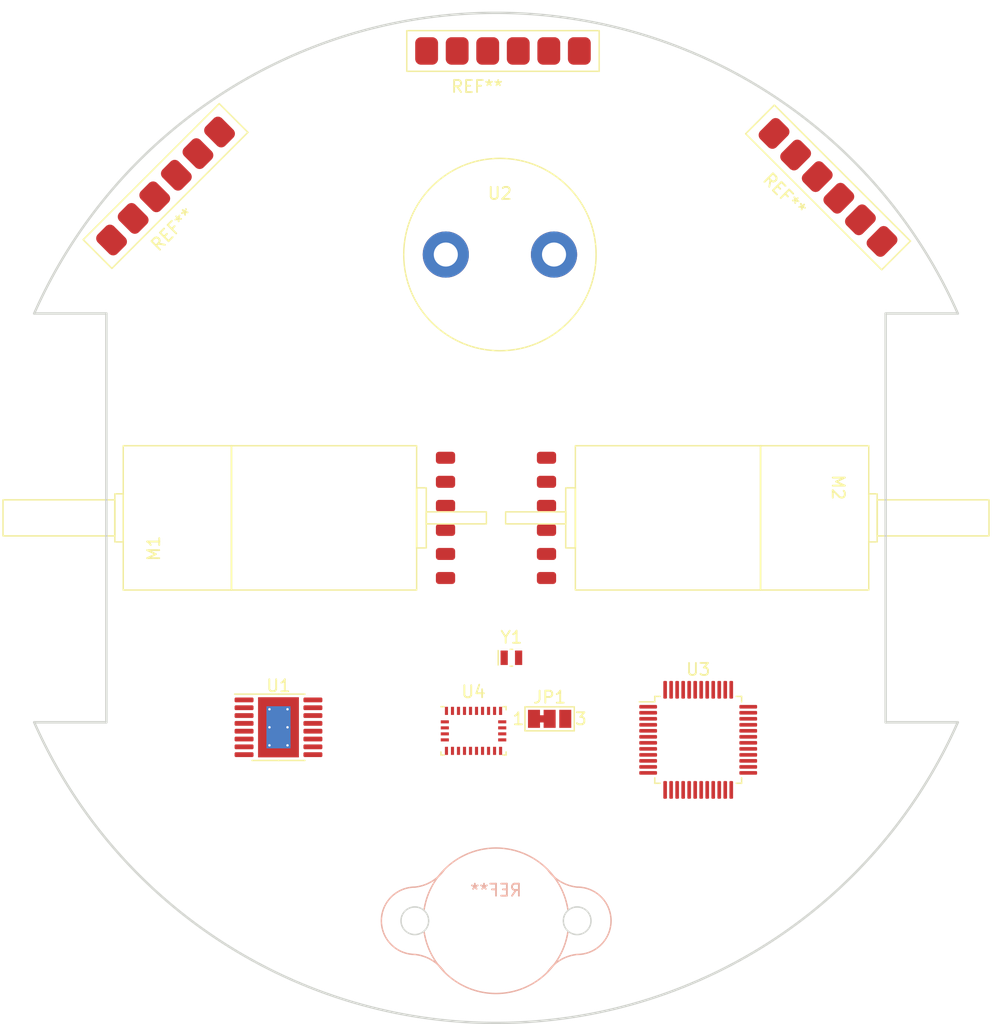
<source format=kicad_pcb>
(kicad_pcb (version 20221018) (generator pcbnew)
  (layers (0 "F.Cu" signal) (31 "B.Cu" signal) (34 "B.Paste" user) (35 "F.Paste" user) (36 "B.SilkS" user "B.Silkscreen") (37 "F.SilkS" user "F.Silkscreen") (38 "B.Mask" user) (39 "F.Mask" user) (44 "Edge.Cuts" user))
  (net 0 "")
  (net 1 "GND")
  (net 2 "M1_B")
  (net 3 "VCC")
  (net 4 "M1_A")
  (net 5 "Net-(M1-M2)")
  (net 6 "Net-(M1-M1)")
  (net 7 "M2_B")
  (net 8 "M2_A")
  (net 9 "Net-(M2-M2)")
  (net 10 "Net-(M2-M1)")
  (net 12 "Net-(U1-AISEN)")
  (net 13 "Net-(U1-BISEN)")
  (net 15 "Net-(U1-BIN1)")
  (net 16 "Net-(U1-BIN2)")
  (net 17 "Net-(U1-VCP)")
  (net 18 "Net-(U1-AIN2)")
  (net 19 "Net-(U1-AIN1)")
  (net 20 "Net-(U2-SIG)")
  (net 21 "Net-(JP1-C)")
  (net 22 "VDD")
  (net 25 "BNO_INT")
  (net 54 "BNO_SDA")
  (net 55 "BNO_SCL")
  (net 56 "Net-(U3-PA4)")
  (net 58 "Net-(U4-~{BOOT_LOAD_PIN})")
  (net 61 "Net-(U4-CAP)")
  (net 63 "Net-(U4-~{RESET})")
  (net 70 "Net-(U4-XOUT32)")
  (net 71 "Net-(U4-XIN32)")
  (footprint "Jumper:SolderJumper-3_P1.3mm_Bridged12_Pad1.0x1.5mm_NumberLabels" (layer "F.Cu") (at 64.46 76.7125)
    (fp_text reference "JP1" (at 0 -1.8) (layer "F.SilkS"))
    (fp_text value "I2C_ADDR_SEL")
    (fp_text user "1" (at -2.6 0) (layer "F.SilkS"))
    (fp_text user "3" (at 2.6 0) (layer "F.SilkS"))
    (fp_poly (pts (xy -0.9 -0.3) (xy -0.4 -0.3) (xy -0.4 0.3) (xy -0.9 0.3)) (fill solid) (layer "F.Cu"))
    (fp_line (start -2.05 -1) (end 2.05 -1) (stroke (width 0.12)) (layer "F.SilkS"))
    (fp_line (start -2.05 1) (end -2.05 -1) (stroke (width 0.12)) (layer "F.SilkS"))
    (fp_line (start 2.05 -1) (end 2.05 1) (stroke (width 0.12)) (layer "F.SilkS"))
    (fp_line (start 2.05 1) (end -2.05 1) (stroke (width 0.12)) (layer "F.SilkS"))
    (pad "1" smd rect (at -1.3 0) (size 1 1.5) (layers "F.Cu" "F.Mask") (net 1 "GND"))
    (pad "2" smd rect (at 0 0) (size 1 1.5) (layers "F.Cu" "F.Mask") (net 21 "Net-(JP1-C)"))
    (pad "3" smd rect (at 1.3 0) (size 1 1.5) (layers "F.Cu" "F.Mask") (net 22 "VDD"))
  )
  (footprint "pololu:ULTRASOUND_T_R" (layer "F.Cu") (at 60.325 38.1)
    (fp_text reference "U2" (at 0 -5.08 unlocked) (layer "F.SilkS"))
    (fp_text value "ULTRASOUND_T_R")
    (fp_circle (center 0 0) (end 8 0) (stroke (width 0.12)) (fill none) (layer "F.SilkS"))
    (pad "1" thru_hole circle (at 4.5 0) (size 3.84 3.84) (drill 2) (layers "*.Cu" "*.Mask") (net 1 "GND"))
    (pad "2" thru_hole circle (at -4.5 0) (size 3.84 3.84) (drill 2) (layers "*.Cu" "*.Mask") (net 20 "Net-(U2-SIG)"))
  )
  (footprint "Package_LGA:LGA-28_5.2x3.8mm_P0.5mm" (layer "F.Cu") (at 58.13 77.7125)
    (fp_text reference "U4" (at 0 -3.25) (layer "F.SilkS"))
    (fp_text value "BNO055")
    (fp_line (start -2.71 -2.01) (end -2.45 -2.01) (stroke (width 0.12)) (layer "F.SilkS"))
    (fp_line (start -2.71 2.01) (end -2.71 1.75) (stroke (width 0.12)) (layer "F.SilkS"))
    (fp_line (start -2.71 2.01) (end -2.45 2.01) (stroke (width 0.12)) (layer "F.SilkS"))
    (fp_line (start 2.71 -2.01) (end 2.45 -2.01) (stroke (width 0.12)) (layer "F.SilkS"))
    (fp_line (start 2.71 -2.01) (end 2.71 -1.75) (stroke (width 0.12)) (layer "F.SilkS"))
    (fp_line (start 2.71 2.01) (end 2.45 2.01) (stroke (width 0.12)) (layer "F.SilkS"))
    (fp_line (start 2.71 2.01) (end 2.71 1.75) (stroke (width 0.12)) (layer "F.SilkS"))
    (pad "1" smd rect (at -2.25 -1.6625) (size 0.254 0.675) (layers "F.Cu" "F.Paste" "F.Mask"))
    (pad "2" smd rect (at -2.3875 -0.75 90) (size 0.254 0.675) (layers "F.Cu" "F.Paste" "F.Mask") (net 1 "GND"))
    (pad "3" smd rect (at -2.3875 -0.25 90) (size 0.254 0.675) (layers "F.Cu" "F.Paste" "F.Mask") (net 22 "VDD"))
    (pad "4" smd rect (at -2.3875 0.25 90) (size 0.254 0.675) (layers "F.Cu" "F.Paste" "F.Mask") (net 58 "Net-(U4-~{BOOT_LOAD_PIN})"))
    (pad "5" smd rect (at -2.3875 0.75 90) (size 0.254 0.675) (layers "F.Cu" "F.Paste" "F.Mask") (net 1 "GND"))
    (pad "6" smd rect (at -2.25 1.6625) (size 0.254 0.675) (layers "F.Cu" "F.Paste" "F.Mask") (net 1 "GND"))
    (pad "7" smd rect (at -1.75 1.6625) (size 0.254 0.675) (layers "F.Cu" "F.Paste" "F.Mask"))
    (pad "8" smd rect (at -1.25 1.6625) (size 0.254 0.675) (layers "F.Cu" "F.Paste" "F.Mask"))
    (pad "9" smd rect (at -0.75 1.6625) (size 0.254 0.675) (layers "F.Cu" "F.Paste" "F.Mask") (net 61 "Net-(U4-CAP)"))
    (pad "10" smd rect (at -0.25 1.6625) (size 0.254 0.675) (layers "F.Cu" "F.Paste" "F.Mask"))
    (pad "11" smd rect (at 0.25 1.6625) (size 0.254 0.675) (layers "F.Cu" "F.Paste" "F.Mask") (net 63 "Net-(U4-~{RESET})"))
    (pad "12" smd rect (at 0.75 1.6625) (size 0.254 0.675) (layers "F.Cu" "F.Paste" "F.Mask"))
    (pad "13" smd rect (at 1.25 1.6625) (size 0.254 0.675) (layers "F.Cu" "F.Paste" "F.Mask"))
    (pad "14" smd rect (at 1.75 1.6625) (size 0.254 0.675) (layers "F.Cu" "F.Paste" "F.Mask") (net 25 "BNO_INT"))
    (pad "15" smd rect (at 2.25 1.6625) (size 0.254 0.675) (layers "F.Cu" "F.Paste" "F.Mask") (net 1 "GND"))
    (pad "16" smd rect (at 2.3875 0.75 90) (size 0.254 0.675) (layers "F.Cu" "F.Paste" "F.Mask") (net 1 "GND"))
    (pad "17" smd rect (at 2.3875 0.25 90) (size 0.254 0.675) (layers "F.Cu" "F.Paste" "F.Mask") (net 21 "Net-(JP1-C)"))
    (pad "18" smd rect (at 2.3875 -0.25 90) (size 0.254 0.675) (layers "F.Cu" "F.Paste" "F.Mask") (net 1 "GND"))
    (pad "19" smd rect (at 2.3875 -0.75 90) (size 0.254 0.675) (layers "F.Cu" "F.Paste" "F.Mask") (net 55 "BNO_SCL"))
    (pad "20" smd rect (at 2.25 -1.6625) (size 0.254 0.675) (layers "F.Cu" "F.Paste" "F.Mask") (net 54 "BNO_SDA"))
    (pad "21" smd rect (at 1.75 -1.6625) (size 0.254 0.675) (layers "F.Cu" "F.Paste" "F.Mask"))
    (pad "22" smd rect (at 1.25 -1.6625) (size 0.254 0.675) (layers "F.Cu" "F.Paste" "F.Mask"))
    (pad "23" smd rect (at 0.75 -1.6625) (size 0.254 0.675) (layers "F.Cu" "F.Paste" "F.Mask"))
    (pad "24" smd rect (at 0.25 -1.6625) (size 0.254 0.675) (layers "F.Cu" "F.Paste" "F.Mask"))
    (pad "25" smd rect (at -0.25 -1.6625) (size 0.254 0.675) (layers "F.Cu" "F.Paste" "F.Mask") (net 1 "GND"))
    (pad "26" smd rect (at -0.75 -1.6625) (size 0.254 0.675) (layers "F.Cu" "F.Paste" "F.Mask") (net 70 "Net-(U4-XOUT32)"))
    (pad "27" smd rect (at -1.25 -1.6625) (size 0.254 0.675) (layers "F.Cu" "F.Paste" "F.Mask") (net 71 "Net-(U4-XIN32)"))
    (pad "28" smd rect (at -1.75 -1.6625) (size 0.254 0.675) (layers "F.Cu" "F.Paste" "F.Mask") (net 22 "VDD"))
  )
  (footprint "pololu:VL53L0X" (layer "F.Cu") (at 68.58 22.86 180)
    (fp_text reference "REF**" (at 10.16 -1.27 unlocked) (layer "F.SilkS"))
    (fp_text value "VL53L0X")
    (fp_rect (start 0 0) (end 16 3.38) (stroke (width 0.12)) (fill none) (layer "F.SilkS"))
    (pad "1" smd roundrect (at 1.65 1.69 270) (size 2.286 1.9) (layers "F.Cu" "F.Paste" "F.Mask"))
    (pad "2" smd roundrect (at 4.19 1.69 270) (size 2.286 1.9) (layers "F.Cu" "F.Paste" "F.Mask"))
    (pad "3" smd roundrect (at 6.73 1.69 270) (size 2.286 1.9) (layers "F.Cu" "F.Paste" "F.Mask"))
    (pad "4" smd roundrect (at 9.27 1.69 270) (size 2.286 1.9) (layers "F.Cu" "F.Paste" "F.Mask"))
    (pad "5" smd roundrect (at 11.81 1.69 270) (size 2.286 1.9) (layers "F.Cu" "F.Paste" "F.Mask"))
    (pad "6" smd roundrect (at 14.35 1.69 270) (size 2.286 1.9) (layers "F.Cu" "F.Paste" "F.Mask"))
  )
  (footprint "pololu:N20_EXTENDED_SHAFT" (layer "F.Cu") (at 19 60 90)
    (fp_text reference "M1" (at -2.54 12.54 90 unlocked) (layer "F.SilkS"))
    (fp_text value "N20_MOTOR_EXTENDED_SHAFT")
    (fp_rect (start -6 10) (end 6 19) (stroke (width 0.12)) (fill none) (layer "F.SilkS"))
    (fp_rect (start -6 19) (end 6 34.4) (stroke (width 0.12)) (fill none) (layer "F.SilkS"))
    (fp_rect (start -2.5 34.4) (end 2.5 35.2) (stroke (width 0.12)) (fill none) (layer "F.SilkS"))
    (fp_rect (start -2 10) (end 2 9.3) (stroke (width 0.12)) (fill none) (layer "F.SilkS"))
    (fp_rect (start -1.5 9.3) (end 1.5 0) (stroke (width 0.12)) (fill none) (layer "F.SilkS"))
    (fp_rect (start -0.5 35.2) (end 0.5 40.2) (stroke (width 0.12)) (fill none) (layer "F.SilkS"))
    (pad "1" smd roundrect (at -5 36.8 90) (size 1 1.6) (layers "F.Cu" "F.Paste" "F.Mask") (net 1 "GND"))
    (pad "2" smd roundrect (at -3 36.8 90) (size 1 1.6) (layers "F.Cu" "F.Paste" "F.Mask") (net 2 "M1_B"))
    (pad "3" smd roundrect (at -1 36.8 90) (size 1 1.6) (layers "F.Cu" "F.Paste" "F.Mask") (net 4 "M1_A"))
    (pad "4" smd roundrect (at 1 36.8 90) (size 1 1.6) (layers "F.Cu" "F.Paste" "F.Mask") (net 3 "VCC"))
    (pad "5" smd roundrect (at 3 36.8 90) (size 1 1.6) (layers "F.Cu" "F.Paste" "F.Mask") (net 5 "Net-(M1-M2)"))
    (pad "6" smd roundrect (at 5 36.8 90) (size 1 1.6) (layers "F.Cu" "F.Paste" "F.Mask") (net 6 "Net-(M1-M1)"))
  )
  (footprint "Package_SO:HTSSOP-16-1EP_4.4x5mm_P0.65mm_EP3.4x5mm_Mask2.46x2.31mm_ThermalVias" (layer "F.Cu") (at 41.91 77.415)
    (fp_text reference "U1" (at 0 -3.45) (layer "F.SilkS"))
    (fp_text value "DRV8833PWP")
    (fp_line (start 0 -2.76) (end -3.65 -2.76) (stroke (width 0.12)) (layer "F.SilkS"))
    (fp_line (start 0 -2.76) (end 2.2 -2.76) (stroke (width 0.12)) (layer "F.SilkS"))
    (fp_line (start 0 2.76) (end -2.2 2.76) (stroke (width 0.12)) (layer "F.SilkS"))
    (fp_line (start 0 2.76) (end 2.2 2.76) (stroke (width 0.12)) (layer "F.SilkS"))
    (pad "1" smd roundrect (at -2.8625 -2.275) (size 1.575 0.4) (layers "F.Cu" "F.Paste" "F.Mask"))
    (pad "2" smd roundrect (at -2.8625 -1.625) (size 1.575 0.4) (layers "F.Cu" "F.Paste" "F.Mask") (net 6 "Net-(M1-M1)"))
    (pad "3" smd roundrect (at -2.8625 -0.975) (size 1.575 0.4) (layers "F.Cu" "F.Paste" "F.Mask") (net 12 "Net-(U1-AISEN)"))
    (pad "4" smd roundrect (at -2.8625 -0.325) (size 1.575 0.4) (layers "F.Cu" "F.Paste" "F.Mask") (net 5 "Net-(M1-M2)"))
    (pad "5" smd roundrect (at -2.8625 0.325) (size 1.575 0.4) (layers "F.Cu" "F.Paste" "F.Mask") (net 9 "Net-(M2-M2)"))
    (pad "6" smd roundrect (at -2.8625 0.975) (size 1.575 0.4) (layers "F.Cu" "F.Paste" "F.Mask") (net 13 "Net-(U1-BISEN)"))
    (pad "7" smd roundrect (at -2.8625 1.625) (size 1.575 0.4) (layers "F.Cu" "F.Paste" "F.Mask") (net 10 "Net-(M2-M1)"))
    (pad "8" smd roundrect (at -2.8625 2.275) (size 1.575 0.4) (layers "F.Cu" "F.Paste" "F.Mask"))
    (pad "9" smd roundrect (at 2.8625 2.275) (size 1.575 0.4) (layers "F.Cu" "F.Paste" "F.Mask") (net 15 "Net-(U1-BIN1)"))
    (pad "10" smd roundrect (at 2.8625 1.625) (size 1.575 0.4) (layers "F.Cu" "F.Paste" "F.Mask") (net 16 "Net-(U1-BIN2)"))
    (pad "11" smd roundrect (at 2.8625 0.975) (size 1.575 0.4) (layers "F.Cu" "F.Paste" "F.Mask") (net 17 "Net-(U1-VCP)"))
    (pad "12" smd roundrect (at 2.8625 0.325) (size 1.575 0.4) (layers "F.Cu" "F.Paste" "F.Mask") (net 3 "VCC"))
    (pad "13" smd roundrect (at 2.8625 -0.325) (size 1.575 0.4) (layers "F.Cu" "F.Paste" "F.Mask") (net 1 "GND"))
    (pad "14" smd roundrect (at 2.8625 -0.975) (size 1.575 0.4) (layers "F.Cu" "F.Paste" "F.Mask") (net 3 "VCC"))
    (pad "15" smd roundrect (at 2.8625 -1.625) (size 1.575 0.4) (layers "F.Cu" "F.Paste" "F.Mask") (net 18 "Net-(U1-AIN2)"))
    (pad "16" smd roundrect (at 2.8625 -2.275) (size 1.575 0.4) (layers "F.Cu" "F.Paste" "F.Mask") (net 19 "Net-(U1-AIN1)"))
    (pad "17" thru_hole circle (at -0.75 -1.5) (size 0.5 0.5) (drill 0.2) (layers "*.Cu") (net 1 "GND"))
    (pad "17" thru_hole circle (at -0.75 0) (size 0.5 0.5) (drill 0.2) (layers "*.Cu") (net 1 "GND"))
    (pad "17" thru_hole circle (at -0.75 1.5) (size 0.5 0.5) (drill 0.2) (layers "*.Cu") (net 1 "GND"))
    (pad "17" smd rect (at 0 0) (size 2 3.5) (layers "B.Cu") (net 1 "GND"))
    (pad "17" smd rect (at 0 0) (size 3.4 5) (layers "F.Cu") (net 1 "GND"))
    (pad "17" thru_hole circle (at 0.75 -1.5) (size 0.5 0.5) (drill 0.2) (layers "*.Cu") (net 1 "GND"))
    (pad "17" thru_hole circle (at 0.75 0) (size 0.5 0.5) (drill 0.2) (layers "*.Cu") (net 1 "GND"))
    (pad "17" thru_hole circle (at 0.75 1.5) (size 0.5 0.5) (drill 0.2) (layers "*.Cu") (net 1 "GND"))
  )
  (footprint "Package_QFP:TQFP-48_7x7mm_P0.5mm" (layer "F.Cu") (at 76.815 78.4575)
    (fp_text reference "U3" (at 0 -5.85) (layer "F.SilkS"))
    (fp_text value "ATmega4809-A")
    (fp_line (start -3.61 -3.61) (end -3.61 -3.16) (stroke (width 0.12)) (layer "F.SilkS"))
    (fp_line (start -3.61 -3.16) (end -4.9 -3.16) (stroke (width 0.12)) (layer "F.SilkS"))
    (fp_line (start -3.61 3.61) (end -3.61 3.16) (stroke (width 0.12)) (layer "F.SilkS"))
    (fp_line (start -3.16 -3.61) (end -3.61 -3.61) (stroke (width 0.12)) (layer "F.SilkS"))
    (fp_line (start -3.16 3.61) (end -3.61 3.61) (stroke (width 0.12)) (layer "F.SilkS"))
    (fp_line (start 3.16 -3.61) (end 3.61 -3.61) (stroke (width 0.12)) (layer "F.SilkS"))
    (fp_line (start 3.16 3.61) (end 3.61 3.61) (stroke (width 0.12)) (layer "F.SilkS"))
    (fp_line (start 3.61 -3.61) (end 3.61 -3.16) (stroke (width 0.12)) (layer "F.SilkS"))
    (fp_line (start 3.61 3.61) (end 3.61 3.16) (stroke (width 0.12)) (layer "F.SilkS"))
    (pad "1" smd roundrect (at -4.1625 -2.75) (size 1.475 0.3) (layers "F.Cu" "F.Paste" "F.Mask"))
    (pad "2" smd roundrect (at -4.1625 -2.25) (size 1.475 0.3) (layers "F.Cu" "F.Paste" "F.Mask"))
    (pad "3" smd roundrect (at -4.1625 -1.75) (size 1.475 0.3) (layers "F.Cu" "F.Paste" "F.Mask") (net 25 "BNO_INT"))
    (pad "4" smd roundrect (at -4.1625 -1.25) (size 1.475 0.3) (layers "F.Cu" "F.Paste" "F.Mask") (net 4 "M1_A"))
    (pad "5" smd roundrect (at -4.1625 -0.75) (size 1.475 0.3) (layers "F.Cu" "F.Paste" "F.Mask") (net 2 "M1_B"))
    (pad "6" smd roundrect (at -4.1625 -0.25) (size 1.475 0.3) (layers "F.Cu" "F.Paste" "F.Mask") (net 8 "M2_A"))
    (pad "7" smd roundrect (at -4.1625 0.25) (size 1.475 0.3) (layers "F.Cu" "F.Paste" "F.Mask") (net 7 "M2_B"))
    (pad "8" smd roundrect (at -4.1625 0.75) (size 1.475 0.3) (layers "F.Cu" "F.Paste" "F.Mask"))
    (pad "9" smd roundrect (at -4.1625 1.25) (size 1.475 0.3) (layers "F.Cu" "F.Paste" "F.Mask"))
    (pad "10" smd roundrect (at -4.1625 1.75) (size 1.475 0.3) (layers "F.Cu" "F.Paste" "F.Mask"))
    (pad "11" smd roundrect (at -4.1625 2.25) (size 1.475 0.3) (layers "F.Cu" "F.Paste" "F.Mask"))
    (pad "12" smd roundrect (at -4.1625 2.75) (size 1.475 0.3) (layers "F.Cu" "F.Paste" "F.Mask"))
    (pad "13" smd roundrect (at -2.75 4.1625) (size 0.3 1.475) (layers "F.Cu" "F.Paste" "F.Mask"))
    (pad "14" smd roundrect (at -2.25 4.1625) (size 0.3 1.475) (layers "F.Cu" "F.Paste" "F.Mask") (net 3 "VCC"))
    (pad "15" smd roundrect (at -1.75 4.1625) (size 0.3 1.475) (layers "F.Cu" "F.Paste" "F.Mask") (net 1 "GND"))
    (pad "16" smd roundrect (at -1.25 4.1625) (size 0.3 1.475) (layers "F.Cu" "F.Paste" "F.Mask"))
    (pad "17" smd roundrect (at -0.75 4.1625) (size 0.3 1.475) (layers "F.Cu" "F.Paste" "F.Mask"))
    (pad "18" smd roundrect (at -0.25 4.1625) (size 0.3 1.475) (layers "F.Cu" "F.Paste" "F.Mask"))
    (pad "19" smd roundrect (at 0.25 4.1625) (size 0.3 1.475) (layers "F.Cu" "F.Paste" "F.Mask"))
    (pad "20" smd roundrect (at 0.75 4.1625) (size 0.3 1.475) (layers "F.Cu" "F.Paste" "F.Mask"))
    (pad "21" smd roundrect (at 1.25 4.1625) (size 0.3 1.475) (layers "F.Cu" "F.Paste" "F.Mask"))
    (pad "22" smd roundrect (at 1.75 4.1625) (size 0.3 1.475) (layers "F.Cu" "F.Paste" "F.Mask"))
    (pad "23" smd roundrect (at 2.25 4.1625) (size 0.3 1.475) (layers "F.Cu" "F.Paste" "F.Mask"))
    (pad "24" smd roundrect (at 2.75 4.1625) (size 0.3 1.475) (layers "F.Cu" "F.Paste" "F.Mask"))
    (pad "25" smd roundrect (at 4.1625 2.75) (size 1.475 0.3) (layers "F.Cu" "F.Paste" "F.Mask"))
    (pad "26" smd roundrect (at 4.1625 2.25) (size 1.475 0.3) (layers "F.Cu" "F.Paste" "F.Mask"))
    (pad "27" smd roundrect (at 4.1625 1.75) (size 1.475 0.3) (layers "F.Cu" "F.Paste" "F.Mask"))
    (pad "28" smd roundrect (at 4.1625 1.25) (size 1.475 0.3) (layers "F.Cu" "F.Paste" "F.Mask") (net 3 "VCC"))
    (pad "29" smd roundrect (at 4.1625 0.75) (size 1.475 0.3) (layers "F.Cu" "F.Paste" "F.Mask") (net 1 "GND"))
    (pad "30" smd roundrect (at 4.1625 0.25) (size 1.475 0.3) (layers "F.Cu" "F.Paste" "F.Mask"))
    (pad "31" smd roundrect (at 4.1625 -0.25) (size 1.475 0.3) (layers "F.Cu" "F.Paste" "F.Mask"))
    (pad "32" smd roundrect (at 4.1625 -0.75) (size 1.475 0.3) (layers "F.Cu" "F.Paste" "F.Mask"))
    (pad "33" smd roundrect (at 4.1625 -1.25) (size 1.475 0.3) (layers "F.Cu" "F.Paste" "F.Mask"))
    (pad "34" smd roundrect (at 4.1625 -1.75) (size 1.475 0.3) (layers "F.Cu" "F.Paste" "F.Mask") (net 16 "Net-(U1-BIN2)"))
    (pad "35" smd roundrect (at 4.1625 -2.25) (size 1.475 0.3) (layers "F.Cu" "F.Paste" "F.Mask") (net 15 "Net-(U1-BIN1)"))
    (pad "36" smd roundrect (at 4.1625 -2.75) (size 1.475 0.3) (layers "F.Cu" "F.Paste" "F.Mask") (net 18 "Net-(U1-AIN2)"))
    (pad "37" smd roundrect (at 2.75 -4.1625) (size 0.3 1.475) (layers "F.Cu" "F.Paste" "F.Mask") (net 19 "Net-(U1-AIN1)"))
    (pad "38" smd roundrect (at 2.25 -4.1625) (size 0.3 1.475) (layers "F.Cu" "F.Paste" "F.Mask"))
    (pad "39" smd roundrect (at 1.75 -4.1625) (size 0.3 1.475) (layers "F.Cu" "F.Paste" "F.Mask"))
    (pad "40" smd roundrect (at 1.25 -4.1625) (size 0.3 1.475) (layers "F.Cu" "F.Paste" "F.Mask"))
    (pad "41" smd roundrect (at 0.75 -4.1625) (size 0.3 1.475) (layers "F.Cu" "F.Paste" "F.Mask"))
    (pad "42" smd roundrect (at 0.25 -4.1625) (size 0.3 1.475) (layers "F.Cu" "F.Paste" "F.Mask") (net 3 "VCC"))
    (pad "43" smd roundrect (at -0.25 -4.1625) (size 0.3 1.475) (layers "F.Cu" "F.Paste" "F.Mask") (net 1 "GND"))
    (pad "44" smd roundrect (at -0.75 -4.1625) (size 0.3 1.475) (layers "F.Cu" "F.Paste" "F.Mask"))
    (pad "45" smd roundrect (at -1.25 -4.1625) (size 0.3 1.475) (layers "F.Cu" "F.Paste" "F.Mask"))
    (pad "46" smd roundrect (at -1.75 -4.1625) (size 0.3 1.475) (layers "F.Cu" "F.Paste" "F.Mask") (net 54 "BNO_SDA"))
    (pad "47" smd roundrect (at -2.25 -4.1625) (size 0.3 1.475) (layers "F.Cu" "F.Paste" "F.Mask") (net 55 "BNO_SCL"))
    (pad "48" smd roundrect (at -2.75 -4.1625) (size 0.3 1.475) (layers "F.Cu" "F.Paste" "F.Mask") (net 56 "Net-(U3-PA4)"))
  )
  (footprint "Crystal:Crystal_SMD_MicroCrystal_CM9V-T1A-2Pin_1.6x1.0mm" (layer "F.Cu") (at 61.28 71.6325)
    (fp_text reference "Y1" (at 0 -1.7) (layer "F.SilkS"))
    (fp_text value "32.768kHz")
    (fp_line (start -1.1 -0.6) (end -1.1 0.6) (stroke (width 0.12)) (layer "F.SilkS"))
    (fp_line (start -0.1 -0.7) (end 0.1 -0.7) (stroke (width 0.12)) (layer "F.SilkS"))
    (fp_line (start -0.1 0.7) (end 0.1 0.7) (stroke (width 0.12)) (layer "F.SilkS"))
    (pad "1" smd rect (at -0.6 0) (size 0.6 1.2) (layers "F.Cu" "F.Paste" "F.Mask") (net 71 "Net-(U4-XIN32)"))
    (pad "2" smd rect (at 0.6 0) (size 0.6 1.2) (layers "F.Cu" "F.Paste" "F.Mask") (net 70 "Net-(U4-XOUT32)"))
  )
  (footprint "pololu:N20_EXTENDED_SHAFT" (layer "F.Cu") (at 101 60 -90)
    (fp_text reference "M2" (at -2.54 12.54 -90 unlocked) (layer "F.SilkS"))
    (fp_text value "N20_MOTOR_EXTENDED_SHAFT")
    (fp_rect (start -6 10) (end 6 19) (stroke (width 0.12)) (fill none) (layer "F.SilkS"))
    (fp_rect (start -6 19) (end 6 34.4) (stroke (width 0.12)) (fill none) (layer "F.SilkS"))
    (fp_rect (start -2.5 34.4) (end 2.5 35.2) (stroke (width 0.12)) (fill none) (layer "F.SilkS"))
    (fp_rect (start -2 10) (end 2 9.3) (stroke (width 0.12)) (fill none) (layer "F.SilkS"))
    (fp_rect (start -1.5 9.3) (end 1.5 0) (stroke (width 0.12)) (fill none) (layer "F.SilkS"))
    (fp_rect (start -0.5 35.2) (end 0.5 40.2) (stroke (width 0.12)) (fill none) (layer "F.SilkS"))
    (pad "1" smd roundrect (at -5 36.8 270) (size 1 1.6) (layers "F.Cu" "F.Paste" "F.Mask") (net 1 "GND"))
    (pad "2" smd roundrect (at -3 36.8 270) (size 1 1.6) (layers "F.Cu" "F.Paste" "F.Mask") (net 7 "M2_B"))
    (pad "3" smd roundrect (at -1 36.8 270) (size 1 1.6) (layers "F.Cu" "F.Paste" "F.Mask") (net 8 "M2_A"))
    (pad "4" smd roundrect (at 1 36.8 270) (size 1 1.6) (layers "F.Cu" "F.Paste" "F.Mask") (net 3 "VCC"))
    (pad "5" smd roundrect (at 3 36.8 270) (size 1 1.6) (layers "F.Cu" "F.Paste" "F.Mask") (net 9 "Net-(M2-M2)"))
    (pad "6" smd roundrect (at 5 36.8 270) (size 1 1.6) (layers "F.Cu" "F.Paste" "F.Mask") (net 10 "Net-(M2-M1)"))
  )
  (footprint "pololu:VL53L0X" (layer "F.Cu") (at 39.37 27.94 -135)
    (fp_text reference "REF**" (at 10.16 -1.270001 45 unlocked) (layer "F.SilkS"))
    (fp_text value "VL53L0X")
    (fp_rect (start 0 0) (end 16 3.38) (stroke (width 0.12)) (fill none) (layer "F.SilkS"))
    (pad "1" smd roundrect (at 1.65 1.69 315) (size 2.286 1.9) (layers "F.Cu" "F.Paste" "F.Mask"))
    (pad "2" smd roundrect (at 4.19 1.69 315) (size 2.286 1.9) (layers "F.Cu" "F.Paste" "F.Mask"))
    (pad "3" smd roundrect (at 6.73 1.69 315) (size 2.286 1.9) (layers "F.Cu" "F.Paste" "F.Mask"))
    (pad "4" smd roundrect (at 9.27 1.69 315) (size 2.286 1.9) (layers "F.Cu" "F.Paste" "F.Mask"))
    (pad "5" smd roundrect (at 11.81 1.69 315) (size 2.286 1.9) (layers "F.Cu" "F.Paste" "F.Mask"))
    (pad "6" smd roundrect (at 14.35 1.69 315) (size 2.286 1.9) (layers "F.Cu" "F.Paste" "F.Mask"))
  )
  (footprint "pololu:VL53L0X" (layer "F.Cu") (at 92.075 39.37 135)
    (fp_text reference "REF**" (at 10.16 -1.270001 315 unlocked) (layer "F.SilkS"))
    (fp_text value "VL53L0X")
    (fp_rect (start 0 0) (end 16 3.38) (stroke (width 0.12)) (fill none) (layer "F.SilkS"))
    (pad "1" smd roundrect (at 1.65 1.69 225) (size 2.286 1.9) (layers "F.Cu" "F.Paste" "F.Mask"))
    (pad "2" smd roundrect (at 4.19 1.69 225) (size 2.286 1.9) (layers "F.Cu" "F.Paste" "F.Mask"))
    (pad "3" smd roundrect (at 6.73 1.69 225) (size 2.286 1.9) (layers "F.Cu" "F.Paste" "F.Mask"))
    (pad "4" smd roundrect (at 9.27 1.69 225) (size 2.286 1.9) (layers "F.Cu" "F.Paste" "F.Mask"))
    (pad "5" smd roundrect (at 11.81 1.69 225) (size 2.286 1.9) (layers "F.Cu" "F.Paste" "F.Mask"))
    (pad "6" smd roundrect (at 14.35 1.69 225) (size 2.286 1.9) (layers "F.Cu" "F.Paste" "F.Mask"))
  )
  (footprint "pololu:BALL_CASTER_3_8" (layer "B.Cu") (at 60.000011 93.505 180)
    (fp_text reference "REF**" (at 0 2.54 unlocked) (layer "B.SilkS") (effects (justify mirror)))
    (fp_text value "BALL_CASTER_3_8")
    (fp_arc (start -6.75 2.8) (mid -9.550001 0) (end -6.75 -2.8) (stroke (width 0.12)) (layer "B.SilkS"))
    (fp_arc (start -6.75 2.8) (mid -5.350167 3.264983) (end -4.277997 4.277996) (stroke (width 0.12)) (layer "B.SilkS"))
    (fp_arc (start -5.988332 -0.861605) (mid 0 -6.049999) (end 5.988332 -0.861605) (stroke (width 0.12)) (layer "B.SilkS"))
    (fp_arc (start -4.277996 -4.277996) (mid -5.350166 -3.264983) (end -6.75 -2.8) (stroke (width 0.12)) (layer "B.SilkS"))
    (fp_arc (start 4.277996 4.277996) (mid 5.350166 3.264983) (end 6.75 2.8) (stroke (width 0.12)) (layer "B.SilkS"))
    (fp_arc (start 5.988332 0.861605) (mid 0 6.049999) (end -5.988332 0.861605) (stroke (width 0.12)) (layer "B.SilkS"))
    (fp_arc (start 6.75 -2.8) (mid 5.350171 -3.26499) (end 4.277997 -4.277996) (stroke (width 0.12)) (layer "B.SilkS"))
    (fp_arc (start 6.75 -2.8) (mid 9.55 0) (end 6.75 2.8) (stroke (width 0.12)) (layer "B.SilkS"))
    (fp_circle (center -6.75 0) (end -5.6 0) (stroke (width 0.12)) (fill none) (layer "Edge.Cuts"))
    (fp_circle (center 6.75 0) (end 7.9 0) (stroke (width 0.12)) (fill none) (layer "Edge.Cuts"))
  )
  (gr_line (start 21.5943 43) (end 27.5943 43) (stroke (width 0.2)) (layer "Edge.Cuts"))
  (gr_line (start 92.4057 77) (end 92.4057 43) (stroke (width 0.2)) (layer "Edge.Cuts"))
  (gr_line (start 27.5943 77) (end 21.5943 77) (stroke (width 0.2)) (layer "Edge.Cuts"))
  (gr_arc (start 98.405731 76.999995) (mid 59.999927 102) (end 21.59421 76.999861) (stroke (width 0.2)) (layer "Edge.Cuts"))
  (gr_line (start 27.5943 43) (end 27.5943 77) (stroke (width 0.2)) (layer "Edge.Cuts"))
  (gr_line (start 98.4057 77) (end 92.4057 77) (stroke (width 0.2)) (layer "Edge.Cuts"))
  (gr_arc (start 21.59421 43.000139) (mid 59.999927 18) (end 98.405731 43.000005) (stroke (width 0.2)) (layer "Edge.Cuts"))
  (gr_line (start 92.4057 43) (end 98.4057 43) (stroke (width 0.2)) (layer "Edge.Cuts"))
  (segment (start 64.16 60.96) (end 64.2 61) (width 0.25) (layer "F.Cu") (net 3))
)
</source>
